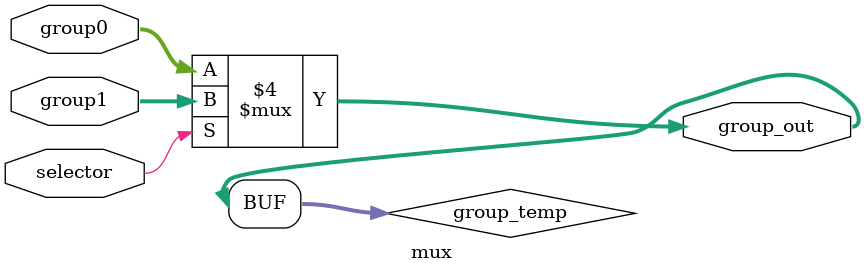
<source format=v>
`timescale 1ns / 1ps
module mux
(
input selector,
input [15:0] group0,
input [15:0] group1,
output [15:0] group_out
);
    
reg [15:0] group_temp;    
    
assign group_out[15:0] = group_temp[15:0];  
  
always @(*) begin

    if(selector == 0) begin
        group_temp[15:0] <= group0[15:0];
    end
    else begin
        group_temp[15:0] <= group1[15:0];
    end

end    
    
endmodule

</source>
